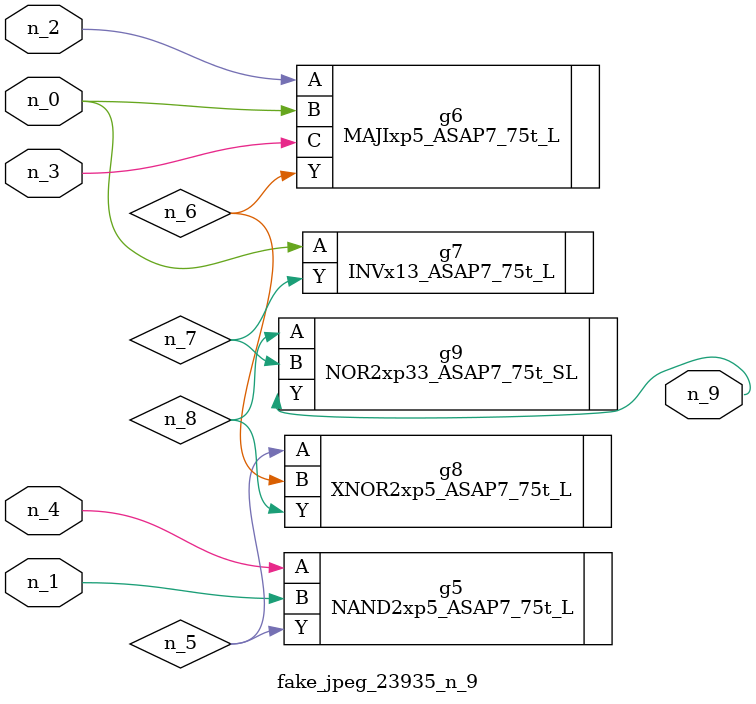
<source format=v>
module fake_jpeg_23935_n_9 (n_3, n_2, n_1, n_0, n_4, n_9);

input n_3;
input n_2;
input n_1;
input n_0;
input n_4;

output n_9;

wire n_8;
wire n_6;
wire n_5;
wire n_7;

NAND2xp5_ASAP7_75t_L g5 ( 
.A(n_4),
.B(n_1),
.Y(n_5)
);

MAJIxp5_ASAP7_75t_L g6 ( 
.A(n_2),
.B(n_0),
.C(n_3),
.Y(n_6)
);

INVx13_ASAP7_75t_L g7 ( 
.A(n_0),
.Y(n_7)
);

XNOR2xp5_ASAP7_75t_L g8 ( 
.A(n_5),
.B(n_6),
.Y(n_8)
);

NOR2xp33_ASAP7_75t_SL g9 ( 
.A(n_8),
.B(n_7),
.Y(n_9)
);


endmodule
</source>
